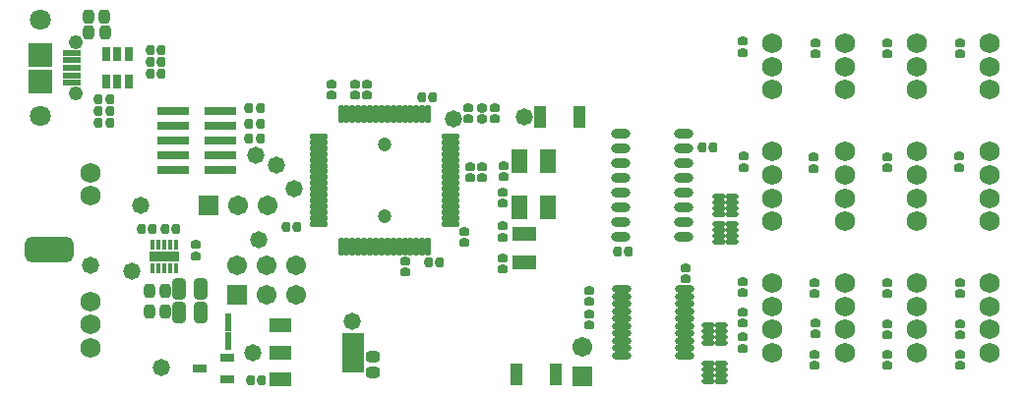
<source format=gts>
G04 Layer_Color=8388736*
%FSLAX25Y25*%
%MOIN*%
G70*
G01*
G75*
%ADD13R,0.11024X0.02953*%
%ADD68O,0.01587X0.03556*%
%ADD69R,0.10249X0.03753*%
G04:AMPARAMS|DCode=70|XSize=30mil|YSize=32mil|CornerRadius=8.4mil|HoleSize=0mil|Usage=FLASHONLY|Rotation=90.000|XOffset=0mil|YOffset=0mil|HoleType=Round|Shape=RoundedRectangle|*
%AMROUNDEDRECTD70*
21,1,0.03000,0.01520,0,0,90.0*
21,1,0.01320,0.03200,0,0,90.0*
1,1,0.01680,0.00760,0.00660*
1,1,0.01680,0.00760,-0.00660*
1,1,0.01680,-0.00760,-0.00660*
1,1,0.01680,-0.00760,0.00660*
%
%ADD70ROUNDEDRECTD70*%
%ADD71C,0.05800*%
G04:AMPARAMS|DCode=72|XSize=30mil|YSize=32mil|CornerRadius=8.4mil|HoleSize=0mil|Usage=FLASHONLY|Rotation=0.000|XOffset=0mil|YOffset=0mil|HoleType=Round|Shape=RoundedRectangle|*
%AMROUNDEDRECTD72*
21,1,0.03000,0.01520,0,0,0.0*
21,1,0.01320,0.03200,0,0,0.0*
1,1,0.01680,0.00660,-0.00760*
1,1,0.01680,-0.00660,-0.00760*
1,1,0.01680,-0.00660,0.00760*
1,1,0.01680,0.00660,0.00760*
%
%ADD72ROUNDEDRECTD72*%
G04:AMPARAMS|DCode=73|XSize=73mil|YSize=48mil|CornerRadius=14mil|HoleSize=0mil|Usage=FLASHONLY|Rotation=90.000|XOffset=0mil|YOffset=0mil|HoleType=Round|Shape=RoundedRectangle|*
%AMROUNDEDRECTD73*
21,1,0.07300,0.02000,0,0,90.0*
21,1,0.04500,0.04800,0,0,90.0*
1,1,0.02800,0.01000,0.02250*
1,1,0.02800,0.01000,-0.02250*
1,1,0.02800,-0.01000,-0.02250*
1,1,0.02800,-0.01000,0.02250*
%
%ADD73ROUNDEDRECTD73*%
%ADD74R,0.07690X0.13398*%
%ADD75R,0.07690X0.04737*%
%ADD76O,0.06509X0.02572*%
%ADD77O,0.06312X0.01981*%
%ADD78O,0.01981X0.06312*%
G04:AMPARAMS|DCode=79|XSize=19.81mil|YSize=43.43mil|CornerRadius=6.95mil|HoleSize=0mil|Usage=FLASHONLY|Rotation=90.000|XOffset=0mil|YOffset=0mil|HoleType=Round|Shape=RoundedRectangle|*
%AMROUNDEDRECTD79*
21,1,0.01981,0.02953,0,0,90.0*
21,1,0.00591,0.04343,0,0,90.0*
1,1,0.01391,0.01476,0.00295*
1,1,0.01391,0.01476,-0.00295*
1,1,0.01391,-0.01476,-0.00295*
1,1,0.01391,-0.01476,0.00295*
%
%ADD79ROUNDEDRECTD79*%
%ADD80R,0.02375X0.05918*%
G04:AMPARAMS|DCode=81|XSize=37.13mil|YSize=47.37mil|CornerRadius=9.83mil|HoleSize=0mil|Usage=FLASHONLY|Rotation=270.000|XOffset=0mil|YOffset=0mil|HoleType=Round|Shape=RoundedRectangle|*
%AMROUNDEDRECTD81*
21,1,0.03713,0.02772,0,0,270.0*
21,1,0.01748,0.04737,0,0,270.0*
1,1,0.01965,-0.01386,-0.00874*
1,1,0.01965,-0.01386,0.00874*
1,1,0.01965,0.01386,0.00874*
1,1,0.01965,0.01386,-0.00874*
%
%ADD81ROUNDEDRECTD81*%
%ADD82R,0.04540X0.02965*%
G04:AMPARAMS|DCode=83|XSize=37.13mil|YSize=47.37mil|CornerRadius=9.83mil|HoleSize=0mil|Usage=FLASHONLY|Rotation=180.000|XOffset=0mil|YOffset=0mil|HoleType=Round|Shape=RoundedRectangle|*
%AMROUNDEDRECTD83*
21,1,0.03713,0.02772,0,0,180.0*
21,1,0.01748,0.04737,0,0,180.0*
1,1,0.01965,-0.00874,0.01386*
1,1,0.01965,0.00874,0.01386*
1,1,0.01965,0.00874,-0.01386*
1,1,0.01965,-0.00874,-0.01386*
%
%ADD83ROUNDEDRECTD83*%
G04:AMPARAMS|DCode=84|XSize=46.58mil|YSize=39.5mil|CornerRadius=11.87mil|HoleSize=0mil|Usage=FLASHONLY|Rotation=270.000|XOffset=0mil|YOffset=0mil|HoleType=Round|Shape=RoundedRectangle|*
%AMROUNDEDRECTD84*
21,1,0.04658,0.01575,0,0,270.0*
21,1,0.02284,0.03950,0,0,270.0*
1,1,0.02375,-0.00787,-0.01142*
1,1,0.02375,-0.00787,0.01142*
1,1,0.02375,0.00787,0.01142*
1,1,0.02375,0.00787,-0.01142*
%
%ADD84ROUNDEDRECTD84*%
G04:AMPARAMS|DCode=85|XSize=32.41mil|YSize=31.23mil|CornerRadius=9.81mil|HoleSize=0mil|Usage=FLASHONLY|Rotation=0.000|XOffset=0mil|YOffset=0mil|HoleType=Round|Shape=RoundedRectangle|*
%AMROUNDEDRECTD85*
21,1,0.03241,0.01161,0,0,0.0*
21,1,0.01280,0.03123,0,0,0.0*
1,1,0.01961,0.00640,-0.00581*
1,1,0.01961,-0.00640,-0.00581*
1,1,0.01961,-0.00640,0.00581*
1,1,0.01961,0.00640,0.00581*
%
%ADD85ROUNDEDRECTD85*%
%ADD86O,0.06509X0.03162*%
%ADD87R,0.05524X0.07887*%
%ADD88R,0.08280X0.05131*%
%ADD89R,0.03950X0.07493*%
%ADD90R,0.03162X0.05131*%
G04:AMPARAMS|DCode=91|XSize=86.74mil|YSize=165.48mil|CornerRadius=23.69mil|HoleSize=0mil|Usage=FLASHONLY|Rotation=90.000|XOffset=0mil|YOffset=0mil|HoleType=Round|Shape=RoundedRectangle|*
%AMROUNDEDRECTD91*
21,1,0.08674,0.11811,0,0,90.0*
21,1,0.03937,0.16548,0,0,90.0*
1,1,0.04737,0.05906,0.01969*
1,1,0.04737,0.05906,-0.01969*
1,1,0.04737,-0.05906,-0.01969*
1,1,0.04737,-0.05906,0.01969*
%
%ADD91ROUNDEDRECTD91*%
%ADD92R,0.08280X0.07887*%
%ADD93R,0.06115X0.02375*%
%ADD94C,0.06706*%
%ADD95R,0.06706X0.06706*%
%ADD96R,0.06706X0.06706*%
%ADD97C,0.04737*%
%ADD98C,0.06800*%
%ADD99C,0.07099*%
%ADD100C,0.04900*%
D13*
X53508Y96500D02*
D03*
X69492D02*
D03*
X53508Y91500D02*
D03*
X69492D02*
D03*
X53508Y86500D02*
D03*
X69492D02*
D03*
X53508Y81500D02*
D03*
X69492D02*
D03*
X53508Y76500D02*
D03*
X69492D02*
D03*
D68*
X54437Y50937D02*
D03*
X52469D02*
D03*
X50500D02*
D03*
X48531D02*
D03*
X46563D02*
D03*
Y43063D02*
D03*
X48531D02*
D03*
X50500D02*
D03*
X52469D02*
D03*
X54437D02*
D03*
D69*
X50500Y47000D02*
D03*
D70*
X152016Y55341D02*
D03*
Y51571D02*
D03*
X61000Y50900D02*
D03*
Y47130D02*
D03*
X119000Y101600D02*
D03*
Y105370D02*
D03*
X246500Y34552D02*
D03*
Y38322D02*
D03*
X270800Y34363D02*
D03*
Y38134D02*
D03*
X295300Y34363D02*
D03*
Y38134D02*
D03*
X320000Y34363D02*
D03*
Y38134D02*
D03*
X319800Y77130D02*
D03*
Y80900D02*
D03*
X270535Y76774D02*
D03*
Y80544D02*
D03*
X295335Y77033D02*
D03*
Y80803D02*
D03*
X246635Y77170D02*
D03*
Y80940D02*
D03*
X162500Y93630D02*
D03*
Y97400D02*
D03*
X153500Y93600D02*
D03*
Y97370D02*
D03*
X154000Y77370D02*
D03*
Y73600D02*
D03*
X158000Y73610D02*
D03*
Y77400D02*
D03*
X165016Y42571D02*
D03*
Y46341D02*
D03*
Y65071D02*
D03*
Y68841D02*
D03*
X165516Y77811D02*
D03*
Y74041D02*
D03*
X132000Y45390D02*
D03*
Y41600D02*
D03*
X107000Y105370D02*
D03*
Y101600D02*
D03*
X165016Y57311D02*
D03*
Y53541D02*
D03*
X227007Y43104D02*
D03*
Y39334D02*
D03*
X295500Y24134D02*
D03*
Y20344D02*
D03*
Y10034D02*
D03*
Y13823D02*
D03*
X320000Y24134D02*
D03*
Y20344D02*
D03*
Y10034D02*
D03*
Y13823D02*
D03*
X271000Y24400D02*
D03*
Y20610D02*
D03*
X270800Y10034D02*
D03*
Y13823D02*
D03*
X246500Y28134D02*
D03*
Y24344D02*
D03*
Y15834D02*
D03*
Y19623D02*
D03*
X115000Y105370D02*
D03*
Y101600D02*
D03*
X194500Y23600D02*
D03*
Y27390D02*
D03*
Y35400D02*
D03*
Y31610D02*
D03*
X246500Y116100D02*
D03*
Y119890D02*
D03*
X295500Y115600D02*
D03*
Y119390D02*
D03*
X271000Y115600D02*
D03*
Y119390D02*
D03*
X320000Y115600D02*
D03*
Y119390D02*
D03*
D71*
X148500Y93600D02*
D03*
X81500Y81500D02*
D03*
X172500Y94500D02*
D03*
X82500Y52661D02*
D03*
X88500Y78000D02*
D03*
X94500Y70000D02*
D03*
X80500Y14500D02*
D03*
X114000Y25000D02*
D03*
X42500Y64500D02*
D03*
X25500Y44000D02*
D03*
X39500Y42000D02*
D03*
X49500Y9500D02*
D03*
D72*
X232610Y84000D02*
D03*
X236400D02*
D03*
X83400Y5000D02*
D03*
X79630D02*
D03*
X50610Y56500D02*
D03*
X54400D02*
D03*
X42610D02*
D03*
X46400D02*
D03*
X45610Y109000D02*
D03*
X49400D02*
D03*
X45610Y113000D02*
D03*
X49400D02*
D03*
X28130Y96500D02*
D03*
X31900D02*
D03*
X28110Y92500D02*
D03*
X31900D02*
D03*
X141370Y101000D02*
D03*
X137600D02*
D03*
X79110Y87000D02*
D03*
X82900D02*
D03*
X79110Y92000D02*
D03*
X82900D02*
D03*
X79110Y97500D02*
D03*
X82900D02*
D03*
X91630Y57000D02*
D03*
X95400D02*
D03*
X143870Y45000D02*
D03*
X140100D02*
D03*
X207870Y48734D02*
D03*
X204100D02*
D03*
X28110Y100500D02*
D03*
X31900D02*
D03*
X49400Y117000D02*
D03*
X45610D02*
D03*
D73*
X55358Y36000D02*
D03*
X62642D02*
D03*
X55358Y28000D02*
D03*
X62642D02*
D03*
D74*
X114303Y14500D02*
D03*
D75*
X89697Y5445D02*
D03*
Y14500D02*
D03*
Y23555D02*
D03*
D76*
X226736Y13484D02*
D03*
Y15983D02*
D03*
Y18484D02*
D03*
Y20983D02*
D03*
Y23483D02*
D03*
Y25984D02*
D03*
Y28484D02*
D03*
Y30984D02*
D03*
Y33484D02*
D03*
Y35984D02*
D03*
X205279Y13484D02*
D03*
Y15983D02*
D03*
Y18484D02*
D03*
Y20983D02*
D03*
Y23483D02*
D03*
Y25984D02*
D03*
Y28484D02*
D03*
Y30984D02*
D03*
Y33484D02*
D03*
Y35984D02*
D03*
D77*
X147457Y58177D02*
D03*
Y60146D02*
D03*
Y62114D02*
D03*
Y64083D02*
D03*
Y66051D02*
D03*
Y68020D02*
D03*
Y69988D02*
D03*
Y71957D02*
D03*
Y73925D02*
D03*
Y75894D02*
D03*
Y77862D02*
D03*
Y79831D02*
D03*
Y81799D02*
D03*
Y83768D02*
D03*
Y85736D02*
D03*
Y87705D02*
D03*
X102575D02*
D03*
Y85736D02*
D03*
Y83768D02*
D03*
Y81799D02*
D03*
Y79831D02*
D03*
Y77862D02*
D03*
Y75894D02*
D03*
Y73925D02*
D03*
Y71957D02*
D03*
Y69988D02*
D03*
Y68020D02*
D03*
Y66051D02*
D03*
Y64083D02*
D03*
Y62114D02*
D03*
Y60146D02*
D03*
Y58177D02*
D03*
D78*
X139780Y95382D02*
D03*
X137811D02*
D03*
X135843D02*
D03*
X133874D02*
D03*
X131906D02*
D03*
X129937D02*
D03*
X127969D02*
D03*
X126000D02*
D03*
X124031D02*
D03*
X122063D02*
D03*
X120095D02*
D03*
X118126D02*
D03*
X116157D02*
D03*
X114189D02*
D03*
X112221D02*
D03*
X110252D02*
D03*
Y50500D02*
D03*
X112221D02*
D03*
X114189D02*
D03*
X116157D02*
D03*
X118126D02*
D03*
X120095D02*
D03*
X122063D02*
D03*
X124031D02*
D03*
X126000D02*
D03*
X127969D02*
D03*
X129937D02*
D03*
X131906D02*
D03*
X133874D02*
D03*
X135843D02*
D03*
X137811D02*
D03*
X139780D02*
D03*
D79*
X242635Y61512D02*
D03*
Y63481D02*
D03*
Y65449D02*
D03*
Y67418D02*
D03*
X238304Y61512D02*
D03*
Y63481D02*
D03*
Y65449D02*
D03*
Y67418D02*
D03*
X239173Y17781D02*
D03*
Y19749D02*
D03*
Y21718D02*
D03*
Y23686D02*
D03*
X234842Y17781D02*
D03*
Y19749D02*
D03*
Y21718D02*
D03*
Y23686D02*
D03*
X239173Y4781D02*
D03*
Y6749D02*
D03*
Y8718D02*
D03*
Y10686D02*
D03*
X234842Y4781D02*
D03*
Y6749D02*
D03*
Y8718D02*
D03*
Y10686D02*
D03*
X242635Y52012D02*
D03*
Y53981D02*
D03*
Y55949D02*
D03*
Y57918D02*
D03*
X238304Y52012D02*
D03*
Y53981D02*
D03*
Y55949D02*
D03*
Y57918D02*
D03*
D80*
X72000Y18350D02*
D03*
Y24650D02*
D03*
D81*
X121000Y7823D02*
D03*
Y13177D02*
D03*
D82*
X62374Y9000D02*
D03*
X71626Y12602D02*
D03*
Y5398D02*
D03*
D83*
X50677Y28500D02*
D03*
X45322D02*
D03*
X30177Y128500D02*
D03*
X24823D02*
D03*
X45322Y35500D02*
D03*
X50677D02*
D03*
D84*
X24744Y123000D02*
D03*
X30256D02*
D03*
D85*
X158000Y97291D02*
D03*
Y93709D02*
D03*
D86*
X205080Y88707D02*
D03*
Y83707D02*
D03*
Y78707D02*
D03*
Y73707D02*
D03*
Y68707D02*
D03*
Y63707D02*
D03*
Y58707D02*
D03*
Y53707D02*
D03*
X226536Y88707D02*
D03*
Y83707D02*
D03*
Y78707D02*
D03*
Y73707D02*
D03*
Y68707D02*
D03*
Y63707D02*
D03*
Y58707D02*
D03*
Y53707D02*
D03*
D87*
X180240Y63567D02*
D03*
Y79315D02*
D03*
X170791D02*
D03*
Y63567D02*
D03*
D88*
X172516Y45020D02*
D03*
Y54862D02*
D03*
D89*
X191193Y94500D02*
D03*
X177807D02*
D03*
X169807Y7000D02*
D03*
X183193D02*
D03*
D90*
X30760Y115724D02*
D03*
X34500D02*
D03*
X38240D02*
D03*
Y106276D02*
D03*
X34500D02*
D03*
X30760D02*
D03*
D91*
X11500Y49500D02*
D03*
D92*
X8468Y106472D02*
D03*
Y115528D02*
D03*
D93*
X19000Y116118D02*
D03*
Y113559D02*
D03*
Y105882D02*
D03*
Y108441D02*
D03*
Y111000D02*
D03*
D94*
X85500Y64500D02*
D03*
X75500D02*
D03*
X95000Y44000D02*
D03*
Y34000D02*
D03*
X85000Y44000D02*
D03*
Y34000D02*
D03*
X75000Y44000D02*
D03*
X192000Y16500D02*
D03*
D95*
X65500Y64500D02*
D03*
X75000Y34000D02*
D03*
D96*
X192000Y6500D02*
D03*
D97*
X125016Y60736D02*
D03*
Y85146D02*
D03*
D98*
X330000Y82592D02*
D03*
Y58970D02*
D03*
Y74718D02*
D03*
Y66844D02*
D03*
X281000Y82592D02*
D03*
Y58970D02*
D03*
Y74718D02*
D03*
Y66844D02*
D03*
X256500Y38045D02*
D03*
Y14423D02*
D03*
Y30171D02*
D03*
Y22297D02*
D03*
X330000Y38045D02*
D03*
Y14423D02*
D03*
Y30171D02*
D03*
Y22297D02*
D03*
X281000Y38045D02*
D03*
Y14423D02*
D03*
Y30171D02*
D03*
Y22297D02*
D03*
X305500Y38045D02*
D03*
Y14423D02*
D03*
Y30171D02*
D03*
Y22297D02*
D03*
X25500Y75437D02*
D03*
Y67563D02*
D03*
Y31874D02*
D03*
Y24000D02*
D03*
Y16126D02*
D03*
X305500Y82592D02*
D03*
Y58970D02*
D03*
Y74718D02*
D03*
Y66844D02*
D03*
X256500Y82592D02*
D03*
Y58970D02*
D03*
Y74718D02*
D03*
Y66844D02*
D03*
X330000Y119374D02*
D03*
Y111500D02*
D03*
Y103626D02*
D03*
X256500D02*
D03*
Y111500D02*
D03*
Y119374D02*
D03*
X281000Y103626D02*
D03*
Y111500D02*
D03*
Y119374D02*
D03*
X305500Y103626D02*
D03*
Y111500D02*
D03*
Y119374D02*
D03*
D99*
X8468Y94563D02*
D03*
Y127437D02*
D03*
D100*
X20378Y119760D02*
D03*
Y102240D02*
D03*
M02*

</source>
